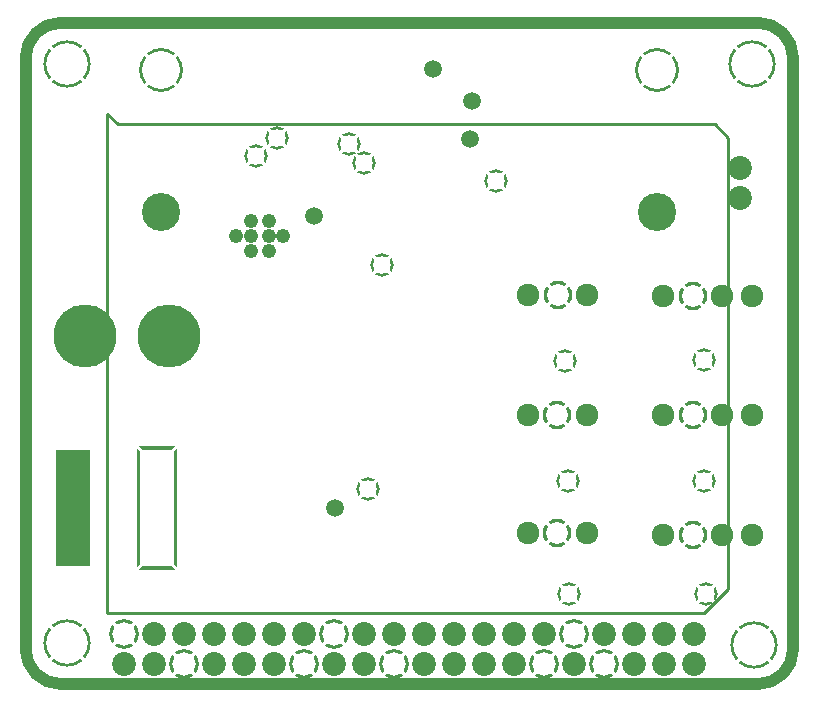
<source format=gbr>
G04*
G04 #@! TF.GenerationSoftware,Altium Limited,Altium Designer,23.10.1 (27)*
G04*
G04 Layer_Physical_Order=3*
G04 Layer_Color=128*
%FSLAX42Y42*%
%MOMM*%
G71*
G04*
G04 #@! TF.SameCoordinates,D45A84C9-24EE-431E-81B0-E16C7BED9CBD*
G04*
G04*
G04 #@! TF.FilePolarity,Negative*
G04*
G01*
G75*
%ADD17C,0.25*%
%ADD49C,1.02*%
%ADD50C,2.02*%
G04:AMPARAMS|DCode=51|XSize=2.524mm|YSize=2.524mm|CornerRadius=0mm|HoleSize=0mm|Usage=FLASHONLY|Rotation=0.000|XOffset=0mm|YOffset=0mm|HoleType=Round|Shape=Relief|Width=0.25mm|Gap=0.25mm|Entries=4|*
%AMTHD51*
7,0,0,2.52,2.02,0.25,45*
%
%ADD51THD51*%
%ADD53C,5.33*%
G04:AMPARAMS|DCode=54|XSize=3.724mm|YSize=3.724mm|CornerRadius=0mm|HoleSize=0mm|Usage=FLASHONLY|Rotation=0.000|XOffset=0mm|YOffset=0mm|HoleType=Round|Shape=Relief|Width=0.25mm|Gap=0.25mm|Entries=4|*
%AMTHD54*
7,0,0,3.72,3.22,0.25,45*
%
%ADD54THD54*%
%ADD55C,1.92*%
G04:AMPARAMS|DCode=56|XSize=2.424mm|YSize=2.424mm|CornerRadius=0mm|HoleSize=0mm|Usage=FLASHONLY|Rotation=0.000|XOffset=0mm|YOffset=0mm|HoleType=Round|Shape=Relief|Width=0.25mm|Gap=0.25mm|Entries=4|*
%AMTHD56*
7,0,0,2.42,1.92,0.25,45*
%
%ADD56THD56*%
%ADD57R,2.92X9.91*%
G04:AMPARAMS|DCode=58|XSize=4.024mm|YSize=4.024mm|CornerRadius=0mm|HoleSize=0mm|Usage=FLASHONLY|Rotation=0.000|XOffset=0mm|YOffset=0mm|HoleType=Round|Shape=Relief|Width=0.25mm|Gap=0.25mm|Entries=4|*
%AMTHD58*
7,0,0,4.02,3.52,0.25,45*
%
%ADD58THD58*%
%ADD59C,1.52*%
%ADD61C,3.22*%
%AMTHRECTD62*
4,1,4,1.71,-5.21,-1.71,-5.21,-1.71,5.21,1.71,5.21,1.71,-5.21,0.0*
4,0,4,1.46,-4.95,-1.46,-4.95,-1.46,4.95,1.46,4.95,1.46,-4.95,0.0*
20,0,0.25,0.00,-3.49,3.43,-6.92,0*
20,0,0.25,0.00,3.49,-3.43,6.92,0*
20,0,0.25,0.00,-3.49,-3.43,-6.92,0*
20,0,0.25,0.00,3.49,3.43,6.92,0*
%
%ADD62THRECTD62*%

G04:AMPARAMS|DCode=63|XSize=2.024mm|YSize=2.024mm|CornerRadius=0mm|HoleSize=0mm|Usage=FLASHONLY|Rotation=0.000|XOffset=0mm|YOffset=0mm|HoleType=Round|Shape=Relief|Width=0.25mm|Gap=0.25mm|Entries=4|*
%AMTHD63*
7,0,0,2.02,1.52,0.25,45*
%
%ADD63THD63*%
%ADD64C,1.22*%
D17*
X432Y-508D02*
X5486D01*
X5601Y-622D01*
Y-4445D02*
Y-622D01*
X5397Y-4648D02*
X5601Y-4445D01*
X5283Y-4648D02*
X5397D01*
X4051D02*
X5283D01*
X343D02*
X1588D01*
X343Y-419D02*
X432Y-508D01*
X343Y-4648D02*
Y-419D01*
X1588Y-4648D02*
X4051D01*
D49*
X5850Y-5250D02*
G03*
X6150Y-4950I0J300D01*
G01*
Y50D02*
G03*
X5850Y350I-300J0D01*
G01*
X-50D02*
G03*
X-350Y50I0J-300D01*
G01*
Y-4950D02*
G03*
X-50Y-5250I300J0D01*
G01*
X5850D01*
X6150Y-4950D02*
Y50D01*
X-50Y350D02*
X5850D01*
X-350Y-4950D02*
Y50D01*
D50*
X483Y-5080D02*
D03*
X737D02*
D03*
Y-4826D02*
D03*
X991D02*
D03*
X1245Y-5080D02*
D03*
Y-4826D02*
D03*
X1499Y-5080D02*
D03*
Y-4826D02*
D03*
X1753Y-5080D02*
D03*
Y-4826D02*
D03*
X2007D02*
D03*
X2261Y-5080D02*
D03*
X2515D02*
D03*
Y-4826D02*
D03*
X2769D02*
D03*
X3023Y-5080D02*
D03*
Y-4826D02*
D03*
X3277Y-5080D02*
D03*
Y-4826D02*
D03*
X3531Y-5080D02*
D03*
Y-4826D02*
D03*
X3785Y-5080D02*
D03*
Y-4826D02*
D03*
X4039D02*
D03*
X4293Y-5080D02*
D03*
X4547Y-4826D02*
D03*
X4801Y-5080D02*
D03*
Y-4826D02*
D03*
X5055Y-5080D02*
D03*
Y-4826D02*
D03*
X5309Y-5080D02*
D03*
Y-4826D02*
D03*
X5702Y-880D02*
D03*
Y-1130D02*
D03*
D51*
X483Y-4826D02*
D03*
X991Y-5080D02*
D03*
X2007D02*
D03*
X2261Y-4826D02*
D03*
X2769Y-5080D02*
D03*
X4039D02*
D03*
X4293Y-4826D02*
D03*
X4547Y-5080D02*
D03*
D53*
X152Y-2299D02*
D03*
X864D02*
D03*
D54*
X800Y-50D02*
D03*
X5000D02*
D03*
D55*
X4403Y-3973D02*
D03*
X3903D02*
D03*
X5048Y-1967D02*
D03*
X5548D02*
D03*
X5798D02*
D03*
X4407Y-1956D02*
D03*
X3907D02*
D03*
X4403Y-2972D02*
D03*
X3903D02*
D03*
X5050Y-3988D02*
D03*
X5550D02*
D03*
X5800D02*
D03*
X5048Y-2970D02*
D03*
X5548D02*
D03*
X5798D02*
D03*
D56*
X4153Y-3973D02*
D03*
X5298Y-1967D02*
D03*
X4157Y-1956D02*
D03*
X4153Y-2972D02*
D03*
X5300Y-3988D02*
D03*
X5298Y-2970D02*
D03*
D57*
X51Y-3759D02*
D03*
D58*
X5800Y0D02*
D03*
X0D02*
D03*
Y-4900D02*
D03*
X5817Y-4915D02*
D03*
D59*
X2095Y-1283D02*
D03*
X3099Y-38D02*
D03*
X3416Y-635D02*
D03*
X3429Y-317D02*
D03*
X2273Y-3759D02*
D03*
D61*
X5000Y-1250D02*
D03*
X800D02*
D03*
D62*
X762Y-3759D02*
D03*
D63*
X2667Y-1702D02*
D03*
X3632Y-991D02*
D03*
X1600Y-775D02*
D03*
X2515Y-838D02*
D03*
X2388Y-673D02*
D03*
X1778Y-622D02*
D03*
X4216Y-2515D02*
D03*
X5397Y-2502D02*
D03*
Y-3531D02*
D03*
X5410Y-4483D02*
D03*
X4254D02*
D03*
X4242Y-3531D02*
D03*
X2553Y-3594D02*
D03*
D64*
X1713Y-1586D02*
D03*
X1556D02*
D03*
Y-1332D02*
D03*
X1713D02*
D03*
Y-1459D02*
D03*
X1556D02*
D03*
X1435D02*
D03*
X1834D02*
D03*
M02*

</source>
